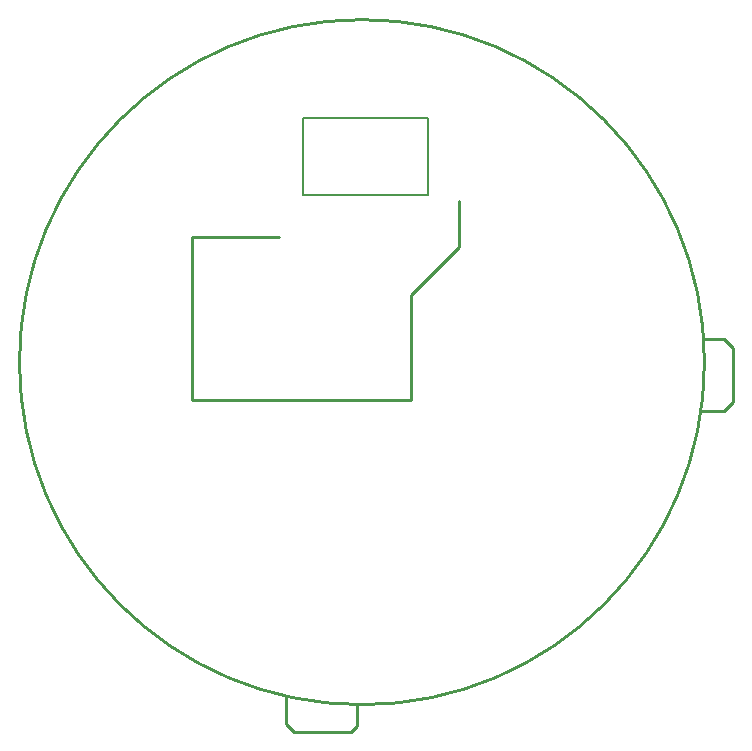
<source format=gbr>
%TF.GenerationSoftware,Altium Limited,Altium Designer,23.3.1 (30)*%
G04 Layer_Color=16711935*
%FSLAX45Y45*%
%MOMM*%
%TF.SameCoordinates,9B08417B-AAB0-44DC-96C9-EC8FD7F4D7BA*%
%TF.FilePolarity,Positive*%
%TF.FileFunction,Other,Mechanical_13*%
%TF.Part,Single*%
G01*
G75*
%TA.AperFunction,NonConductor*%
%ADD40C,0.20000*%
%ADD41C,0.25400*%
D40*
X4447400Y5791575D02*
X4447400Y5141573D01*
X5509400Y5141574D01*
X5509400Y5791574D01*
X4447400Y5791575D02*
X5509400Y5791574D01*
D41*
X7846079Y3725063D02*
G03*
X7846079Y3725063I-2900000J0D01*
G01*
X5521325Y4454525D02*
X5765800Y4699000D01*
X5359400Y3403600D02*
Y4292600D01*
X5521325Y4454525D01*
X5765800Y4699000D02*
Y5092700D01*
X3505200Y4787900D02*
X4241800D01*
X3505200Y3403600D02*
Y4787900D01*
Y3403600D02*
X5359400D01*
X4851400Y596900D02*
X4902200Y647700D01*
X4368800Y596900D02*
X4851400D01*
X4305300Y660400D02*
X4368800Y596900D01*
X4305300Y660400D02*
Y901700D01*
X4902200Y647700D02*
Y812800D01*
X8013700Y3924300D02*
X8089900Y3848100D01*
X7810500Y3314700D02*
X8013700D01*
X8089900Y3725547D02*
Y3848100D01*
X7835900Y3924300D02*
X8013700D01*
X8089900Y3390900D02*
Y3725547D01*
X8013700Y3314700D02*
X8089900Y3390900D01*
%TF.MD5,5d4f28c55ee24ee1420549aca48ab50c*%
M02*

</source>
